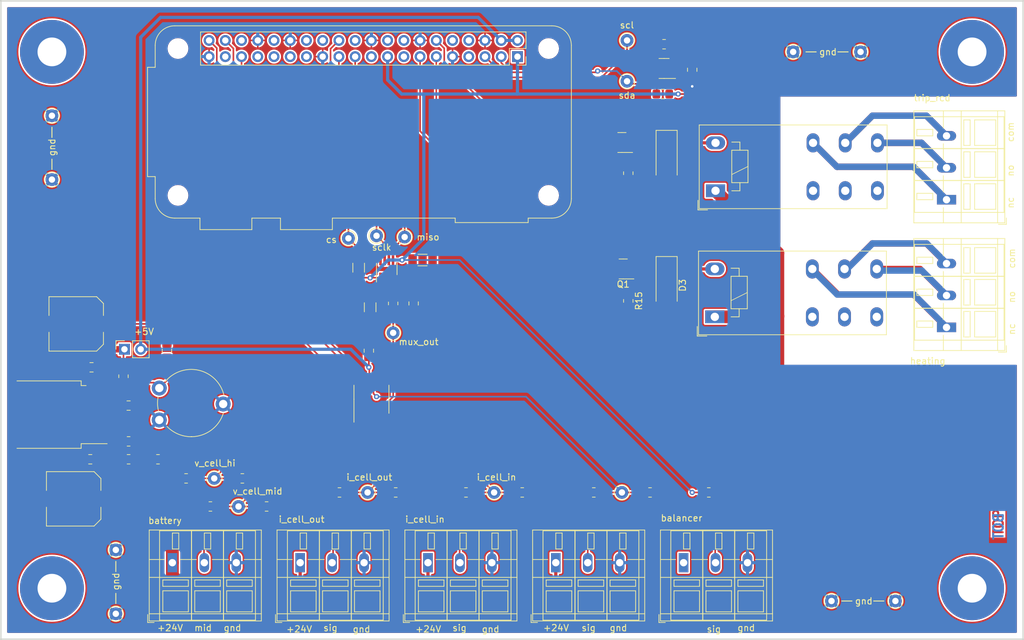
<source format=kicad_pcb>
(kicad_pcb (version 20221018) (generator pcbnew)
  (layers (0 "F.Cu" signal) (31 "B.Cu" signal) (34 "B.Paste" user) (35 "F.Paste" user) (36 "B.SilkS" user "B.Silkscreen") (37 "F.SilkS" user "F.Silkscreen") (38 "B.Mask" user) (39 "F.Mask" user) (44 "Edge.Cuts" user))
  (net 0 "")
  (net 1 "+5V")
  (net 2 "GND")
  (net 3 "Net-(U1-AIN)")
  (net 4 "Net-(U1-VREF)")
  (net 5 "+3V3")
  (net 6 "+24V")
  (net 7 "Net-(JP1-A)")
  (net 8 "Net-(U4-FB)")
  (net 9 "Net-(U4-SS)")
  (net 10 "Net-(D3-K)")
  (net 11 "Net-(D4-K)")
  (net 12 "Net-(J1-Pin_2)")
  (net 13 "Net-(J2-Pin_2)")
  (net 14 "Net-(J3-Pin_2)")
  (net 15 "Net-(J4-Pin_2)")
  (net 16 "Net-(J5-Pin_1)")
  (net 17 "Net-(J5-Pin_2)")
  (net 18 "Net-(J5-Pin_3)")
  (net 19 "/balancer_alarm")
  (net 20 "/sda")
  (net 21 "/scl")
  (net 26 "/trip_rcd")
  (net 27 "/mux_addr_0")
  (net 28 "/mux_addr_1")
  (net 30 "/miso")
  (net 31 "/mux_addr_2")
  (net 32 "/sclk")
  (net 33 "/cs_b")
  (net 42 "/heating")
  (net 43 "Net-(J8-Pin_1)")
  (net 44 "Net-(J8-Pin_2)")
  (net 45 "Net-(J8-Pin_3)")
  (net 52 "/i_cell_in")
  (net 53 "/i_cell_out")
  (net 54 "Net-(U2-D)")
  (net 55 "/v_cell_mid")
  (net 56 "/v_cell_hi")
  (net 57 "/spare")
  (net 58 "Net-(U4-EN)")
  (net 59 "Net-(U4-RON)")
  (footprint "TestPoint:TestPoint_THTPad_D2.0mm_Drill1.0mm" (layer "F.Cu") (at 205 129 180)
    (fp_text reference "TP19" hide)
    (fp_text value "~")
  )
  (footprint "Package_TO_SOT_SMD:SOT-23-8_Handsoldering" (layer "F.Cu") (at 135.4 77 90)
    (fp_text reference "U1" hide)
    (fp_text value "~")
  )
  (footprint "Resistor_SMD:R_0805_2012Metric_Pad1.20x1.40mm_HandSolder" (layer "F.Cu") (at 112.8 109.8)
    (fp_text reference "R9" hide)
    (fp_text value "10k")
  )
  (footprint "TerminalBlock_WAGO:TerminalBlock_WAGO_236-103_1x03_P5.00mm_45Degree" (layer "F.Cu") (at 141.85 123)
    (fp_text reference "J1" hide)
    (fp_text value "cell out current")
  )
  (footprint "Resistor_SMD:R_0805_2012Metric_Pad1.20x1.40mm_HandSolder" (layer "F.Cu") (at 173.2 82 -90)
    (fp_text reference "R15")
    (fp_text value "100k")
  )
  (footprint "Capacitor_SMD:C_0805_2012Metric_Pad1.18x1.45mm_HandSolder" (layer "F.Cu") (at 95 98.4)
    (fp_text reference "C12" hide)
    (fp_text value "100n")
  )
  (footprint "Module:Raspberry_Pi_Zero_Socketed_THT_FaceDown_MountingHoles" (layer "F.Cu") (at 155.855 43.745 -90)
    (fp_text reference "J7" hide)
    (fp_text value "Raspberry_Pi_2_3")
  )
  (footprint "Capacitor_SMD:C_1206_3216Metric_Pad1.33x1.80mm_HandSolder" (layer "F.Cu") (at 132.8 83 -90)
    (fp_text reference "C3" hide)
    (fp_text value "2u2")
  )
  (footprint "Resistor_SMD:R_0805_2012Metric_Pad1.20x1.40mm_HandSolder" (layer "F.Cu") (at 128 112)
    (fp_text reference "R3" hide)
    (fp_text value "150k")
  )
  (footprint "Package_TO_SOT_SMD:SOT-23-6" (layer "F.Cu") (at 178.8 45.6 180)
    (fp_text reference "U3" hide)
    (fp_text value "LM73")
  )
  (footprint "Capacitor_SMD:C_0805_2012Metric_Pad1.18x1.45mm_HandSolder" (layer "F.Cu") (at 139.6 82.4 -90)
    (fp_text reference "C2" hide)
    (fp_text value "100n")
  )
  (footprint "Resistor_SMD:R_0805_2012Metric_Pad1.20x1.40mm_HandSolder" (layer "F.Cu") (at 147.8 112)
    (fp_text reference "R1" hide)
    (fp_text value "150k")
  )
  (footprint "Diode_SMD:D_SMA_Handsoldering" (layer "F.Cu") (at 179.2 79.5625 -90)
    (fp_text reference "D3")
    (fp_text value "SMAZ12-13-F")
  )
  (footprint "Resistor_SMD:R_0805_2012Metric_Pad1.20x1.40mm_HandSolder" (layer "F.Cu") (at 94.2 93.8 -90)
    (fp_text reference "R19" hide)
    (fp_text value "4k7")
  )
  (footprint "TestPoint:TestPoint_THTPad_D2.0mm_Drill1.0mm" (layer "F.Cu") (at 93 131 90)
    (fp_text reference "TP15" hide)
    (fp_text value "~")
  )
  (footprint "Capacitor_SMD:C_1206_3216Metric_Pad1.33x1.80mm_HandSolder" (layer "F.Cu") (at 131 76.8 90)
    (fp_text reference "C4" hide)
    (fp_text value "2u2")
  )
  (footprint "TestPoint:TestPoint_THTPad_D2.0mm_Drill1.0mm" (layer "F.Cu") (at 173 41.2)
    (fp_text reference "TP8" hide)
    (fp_text value "TestPoint")
  )
  (footprint "TestPoint:TestPoint_THTPad_D2.0mm_Drill1.0mm" (layer "F.Cu") (at 172.2 112)
    (fp_text reference "TP6" hide)
    (fp_text value "TestPoint")
  )
  (footprint "TestPoint:TestPoint_THTPad_D2.0mm_Drill1.0mm" (layer "F.Cu") (at 132.4 112)
    (fp_text reference "TP2" hide)
    (fp_text value "TestPoint")
  )
  (footprint "Resistor_SMD:R_0805_2012Metric_Pad1.20x1.40mm_HandSolder" (layer "F.Cu") (at 116.6 114.2)
    (fp_text reference "R7" hide)
    (fp_text value "20k")
  )
  (footprint "Package_SO:TSSOP-16_4.4x5mm_P0.65mm" (layer "F.Cu") (at 133 97.4 90)
    (fp_text reference "U2" hide)
    (fp_text value "~")
  )
  (footprint "Relay_THT:Relay_DPDT_Schrack-RT2-FormC_RM5mm" (layer "F.Cu") (at 186.85 64.75)
    (fp_text reference "K2" hide)
    (fp_text value "RT424024")
  )
  (footprint "TestPoint:TestPoint_THTPad_D2.0mm_Drill1.0mm" (layer "F.Cu") (at 215 129 180)
    (fp_text reference "TP18" hide)
    (fp_text value "~")
  )
  (footprint "TerminalBlock_WAGO:TerminalBlock_WAGO_236-103_1x03_P5.00mm_45Degree" (layer "F.Cu") (at 121.85 123)
    (fp_text reference "J2" hide)
    (fp_text value "cell in current")
  )
  (footprint "Capacitor_SMD:C_1206_3216Metric_Pad1.33x1.80mm_HandSolder" (layer "F.Cu") (at 141 75.6)
    (fp_text reference "C5" hide)
    (fp_text value "2u2")
  )
  (footprint "TestPoint:TestPoint_THTPad_D2.0mm_Drill1.0mm" (layer "F.Cu") (at 83 53 90)
    (fp_text reference "TP16" hide)
    (fp_text value "~")
  )
  (footprint "Resistor_SMD:R_0805_2012Metric_Pad1.20x1.40mm_HandSolder" (layer "F.Cu") (at 136.4 82.4 90)
    (fp_text reference "R5" hide)
    (fp_text value "47R")
  )
  (footprint "TestPoint:TestPoint_THTPad_D2.0mm_Drill1.0mm" (layer "F.Cu") (at 138.2 72)
    (fp_text reference "TP10" hide)
    (fp_text value "TestPoint")
  )
  (footprint "Capacitor_SMD:C_Elec_8x10.2" (layer "F.Cu") (at 86.8 85.6 180)
    (fp_text reference "C11" hide)
    (fp_text value "100u")
  )
  (footprint "Resistor_SMD:R_0805_2012Metric_Pad1.20x1.40mm_HandSolder" (layer "F.Cu") (at 185.8 112)
    (fp_text reference "R14" hide)
    (fp_text value "10k")
  )
  (footprint "Resistor_SMD:R_0805_2012Metric_Pad1.20x1.40mm_HandSolder" (layer "F.Cu") (at 107.8 114.2)
    (fp_text reference "R6" hide)
    (fp_text value "120k")
  )
  (footprint "Capacitor_SMD:C_0805_2012Metric_Pad1.18x1.45mm_HandSolder" (layer "F.Cu") (at 89.2 92.4 180)
    (fp_text reference "C10" hide)
    (fp_text value "100n")
  )
  (footprint "Connector_PinSocket_2.54mm:PinSocket_1x02_P2.54mm_Vertical" (layer "F.Cu") (at 94.35 89.575 90)
    (fp_text reference "JP1" hide)
    (fp_text value "~")
  )
  (footprint "TestPoint:TestPoint_THTPad_D2.0mm_Drill1.0mm" (layer "F.Cu") (at 136.4 87)
    (fp_text reference "TP3" hide)
    (fp_text value "~")
  )
  (footprint "Capacitor_SMD:C_0805_2012Metric_Pad1.18x1.45mm_HandSolder" (layer "F.Cu") (at 183.2 45.8 -90)
    (fp_text reference "C6" hide)
    (fp_text value "100n")
  )
  (footprint "Capacitor_SMD:C_0805_2012Metric_Pad1.18x1.45mm_HandSolder" (layer "F.Cu") (at 132.6 89.8 90)
    (fp_text reference "C1" hide)
    (fp_text value "100n")
  )
  (footprint "TestPoint:TestPoint_THTPad_D2.0mm_Drill1.0mm" (layer "F.Cu") (at 152.2 112)
    (fp_text reference "TP1" hide)
    (fp_text value "TestPoint")
  )
  (footprint "TerminalBlock_WAGO:TerminalBlock_WAGO_236-103_1x03_P5.00mm_45Degree" (layer "F.Cu") (at 101.85 123)
    (fp_text reference "J3" hide)
    (fp_text value "battery")
  )
  (footprint "Resistor_SMD:R_0805_2012Metric_Pad1.20x1.40mm_HandSolder" (layer "F.Cu") (at 95 106.8)
    (fp_text reference "R17" hide)
    (fp_text value "100k")
  )
  (footprint "Resistor_SMD:R_0805_2012Metric_Pad1.20x1.40mm_HandSolder" (layer "F.Cu") (at 156.6 112)
    (fp_text reference "R2" hide)
    (fp_text value "100k")
  )
  (footprint "TestPoint:TestPoint_THTPad_D2.0mm_Drill1.0mm" (layer "F.Cu") (at 173 47.6)
    (fp_text reference "TP7" hide)
    (fp_text value "TestPoint")
  )
  (footprint "TestPoint:TestPoint_THTPad_D2.0mm_Drill1.0mm" (layer "F.Cu") (at 108.4 109.8)
    (fp_text reference "TP5" hide)
    (fp_text value "TestPoint")
  )
  (footprint "TestPoint:TestPoint_THTPad_D2.0mm_Drill1.0mm" (layer "F.Cu") (at 199 43)
    (fp_text reference "TP13" hide)
    (fp_text value "~")
  )
  (footprint "Capacitor_SMD:C_0805_2012Metric_Pad1.18x1.45mm_HandSolder" (layer "F.Cu") (at 101 89.8 -90)
    (fp_text reference "C9" hide)
    (fp_text value "100n")
  )
  (footprint "Resistor_SMD:R_0805_2012Metric_Pad1.20x1.40mm_HandSolder" (layer "F.Cu") (at 173.2 62 -90)
    (fp_text reference "R16" hide)
    (fp_text value "100k")
  )
  (footprint "Capacitor_SMD:C_Elec_8x10.2" (layer "F.Cu") (at 86.4 113 180)
    (fp_text reference "C7" hide)
    (fp_text value "100u")
  )
  (footprint "Package_TO_SOT_SMD:Texas_NDW-7_TabPin4" (layer "F.Cu") (at 82.455 99.8125 180)
    (fp_text reference "U4" hide)
    (fp_text value "~")
  )
  (footprint "Resistor_SMD:R_0805_2012Metric_Pad1.20x1.40mm_HandSolder" (layer "F.Cu") (at 136.8 112)
    (fp_text reference "R4" hide)
    (fp_text value "100k")
  )
  (footprint "Resistor_SMD:R_0805_2012Metric_Pad1.20x1.40mm_HandSolder" (layer "F.Cu") (at 167.8 112)
    (fp_text reference "R10" hide)
    (fp_text value "R")
  )
  (footprint "TestPoint:TestPoint_THTPad_D2.0mm_Drill1.0mm" (layer "F.Cu") (at 93 121 90)
    (fp_text reference "TP14" hide)
    (fp_text value "~")
  )
  (footprint "TestPoint:TestPoint_THTPad_D2.0mm_Drill1.0mm" (layer "F.Cu") (at 209.55 43)
    (fp_text reference "TP17" hide)
    (fp_text value "~")
  )
  (footprint "TestPoint:TestPoint_THTPad_D2.0mm_Drill1.0mm" (layer "F.Cu") (at 83 63 90)
    (fp_text reference "TP12" hide)
    (fp_text value "~")
  )
  (footprint "Resistor_SMD:R_0805_2012Metric_Pad1.20x1.40mm_HandSolder" (layer "F.Cu") (at 99.6 106.8)
    (fp_text reference "R20" hide)
    (fp_text value "15k")
  )
  (footprint "Package_TO_SOT_SMD:SOT-23" (layer "F.Cu") (at 172.2 57.2 180)
    (fp_text reference "Q2" hide)
    (fp_text value "DMG3402L")
  )
  (footprint "Potentiometer_THT:Potentiometer_Piher_PT-10-V10_Vertical" (layer "F.Cu") (at 99.8 100.65)
    (fp_text reference "RV1" hide)
    (fp_text value "1k")
  )
  (footprint "Resistor_SMD:R_0805_2012Metric_Pad1.20x1.40mm_HandSolder" (layer "F.Cu") (at 178.6 49.6 180)
    (fp_text reference "R12" hide)
    (fp_text value "4k7")
  )
  (footprint "TestPoint:TestPoint_THTPad_D2.0mm_Drill1.0mm" (layer "F.Cu") (at 112.2 114.2)
    (fp_text reference "TP4" hide)
    (fp_text value "TestPoint")
  )
  (footprint "TerminalBlock_WAGO:TerminalBlock_WAGO_236-103_1x03_P5.00mm_45Degree" (layer "F.Cu") (at 223 86.15 90)
    (fp_text reference "J5" hide)
    (fp_text value "heating")
  )
  (footprint "Resistor_SMD:R_0805_2012Metric_Pad1.20x1.40mm_HandSolder" (layer "F.Cu") (at 104 109.8)
    (fp_text reference "R8" hide)
    (fp_text value "130k")
  )
  (footprint "Resistor_SMD:R_0805_2012Metric_Pad1.20x1.40mm_HandSolder" (layer "F.Cu") (at 95 104 180)
    (fp_text reference "R18" hide)
    (fp_text value "100k")
  )
  (footprint "TestPoint:TestPoint_THTPad_D2.0mm_Drill1.0mm" (layer "F.Cu") (at 133.8 71.8)
    (fp_text reference "TP11" hide)
    (fp_text value "TestPoint")
  )
  (footprint "TerminalBlock_WAGO:TerminalBlock_WAGO_236-103_1x03_P5.00mm_45Degree" (layer "F.Cu") (at 181.85 123)
    (fp_text reference "J6" hide)
    (fp_text value "balancer")
  )
  (footprint "Resistor_SMD:R_0805_2012Metric_Pad1.20x1.40mm_HandSolder" (layer "F.Cu") (at 176.6 112)
    (fp_text reference "R11" hide)
    (fp_text value "R")
  )
  (footprint "TestPoint:TestPoint_THTPad_D2.0mm_Drill1.0mm" (layer "F.Cu") (at 129.4 72.2)
    (fp_text reference "TP9" hide)
    (fp_text value "TestPoint")
  )
  (footprint "Diode_SMD:D_SMA_Handsoldering" (layer "F.Cu") (at 179.2 59.8 -90)
    (fp_text reference "D4" hide)
    (fp_text value "SMAZ12-13-F")
  )
  (footprint "TerminalBlock_WAGO:TerminalBlock_WAGO_236-103_1x03_P5.00mm_45Degree" (layer "F.Cu") (at 223 66.15 90)
    (fp_text reference "J8" hide)
    (fp_text value "trip_rcd")
  )
  (footprint "Resistor_SMD:R_0805_2012Metric_Pad1.20x1.40mm_HandSolder" (layer "F.Cu") (at 178.8 41.8 180)
    (fp_text reference "R13" hide)
    (fp_text value "4k7")
  )
  (footprint "Package_TO_SOT_SMD:SOT-23" (layer "F.Cu") (at 172.4 77 180)
    (fp_text reference "Q1")
    (fp_text value "DMG3402L")
  )
  (footprint "TerminalBlock_WAGO:TerminalBlock_WAGO_236-103_1x03_P5.00mm_45Degree" (layer "F.Cu") (at 161.85 123)
    (fp_text reference "J4" hide)
    (fp_text value "spare")
  )
  (footprint "Capacitor_SMD:C_0805_2012Metric_Pad1.18x1.45mm_HandSolder" (layer "F.Cu") (at 89 106.8 180)
    (fp_text reference "C8" hide)
    (fp_text value "100n")
  )
  (footprint "Relay_THT:Relay_DPDT_Schrack-RT2-FormC_RM5mm" (layer "F.Cu") (at 186.74 84.5)
    (fp_text reference "K1" hide)
    (fp_text value "RT424024")
  )
  (gr_arc (start 121.19999 99.3) (mid 119.99999 99.3) (end 121.19999 99.3) (stroke (width 0.25)) (layer "F.Cu"))
  (gr_arc (start 120.99999 97.8) (mid 120.19999 97.8) (end 120.99999 97.8) (stroke (width 0.25)) (layer "F.Cu"))
  (gr_arc (start 120.775212 97.325226) (mid 120.785771 96.996648) (end 121.09999 96.9) (stroke (width 0.25)) (layer "F.Cu"))
  (gr_arc (start 118.700002 102.599993) (mid 118.563116 102.615516) (end 118.43879 102.55617) (stroke (width 0.25)) (layer "F.Cu"))
  (gr_arc (start 120.376392 97.247205) (mid 120.61353 96.821884) (end 121.1 96.8) (stroke (width 0.25)) (layer "F.Cu"))
  (gr_arc (start 119.400002 102.700003) (mid 119.263116 102.715526) (end 119.13879 102.65618) (stroke (width 0.25)) (layer "F.Cu"))
  (gr_line (start 211.6 129) (end 213.2 129) (stroke (width 0.15)) (layer "F.SilkS"))
  (gr_line (start 93 127.8) (end 93 129.4) (stroke (width 0.15)) (layer "F.SilkS"))
  (gr_line (start 206 43) (end 207.6 43) (stroke (width 0.15)) (layer "F.SilkS"))
  (gr_line (start 83 56.4) (end 83 54.8) (stroke (width 0.15)) (layer "F.SilkS"))
  (gr_line (start 202.6 43) (end 201 43) (stroke (width 0.15)) (layer "F.SilkS"))
  (gr_line (start 83 59.8) (end 83 61.4) (stroke (width 0.15)) (layer "F.SilkS"))
  (gr_line (start 93 124.4) (end 93 122.8) (stroke (width 0.15)) (layer "F.SilkS"))
  (gr_line (start 208.2 129) (end 206.6 129) (stroke (width 0.15)) (layer "F.SilkS"))
  (gr_rect locked (start 75 35) (end 235 135) (stroke (width 0.25)) (fill none) (layer "Edge.Cuts"))
  (gr_text "v1" (at 232 99 90) (layer "F.Cu") (effects (font (size 1.5 1.5) (thickness 0.3) bold) (justify left bottom)))
  (gr_text "TOP" (at 232 119 90) (layer "F.Cu") (effects (font (size 1.5 1.5) (thickness 0.3) bold) (justify left bottom)))
  (gr_text "pv_monitor" (at 232 113 90) (layer "F.Cu") (effects (font (size 1.5 1.5) (thickness 0.3) bold) (justify left bottom)))
  (gr_text "BOT" (at 232 115 90) (layer "B.Cu") (effects (font (size 1.5 1.5) (thickness 0.3) bold) (justify left bottom mirror)))
  (gr_text "gnd" (at 208.6 129.6) (layer "F.SilkS") (effects (font (size 1 1)) (justify left bottom)))
  (gr_text "sda\n" (at 171.6 50.4) (layer "F.SilkS") (effects (font (size 1 1)) (justify left bottom)))
  (gr_text "cs" (at 125.8 73) (layer "F.SilkS") (effects (font (size 1 1)) (justify left bottom)))
  (gr_text "trip_rcd" (at 217.8 50.8) (layer "F.SilkS") (effects (font (size 1 1)) (justify left bottom)))
  (gr_text "miso" (at 140 72.6) (layer "F.SilkS") (effects (font (size 1 1)) (justify left bottom)))
  (gr_text "gnd" (at 203 43.6) (layer "F.SilkS") (effects (font (size 1 1)) (justify left bottom)))
  (gr_text "i_cell_out" (at 129 110.2) (layer "F.SilkS") (effects (font (size 1 1)) (justify left bottom)))
  (gr_text "heating" (at 217.2 92) (layer "F.SilkS") (effects (font (size 1 1)) (justify left bottom)))
  (gr_text "i_cell_in" (at 138.2 116.8) (layer "F.SilkS") (effects (font (size 1 1)) (justify left bottom)))
  (gr_text "+24V" (at 119.6 134) (layer "F.SilkS") (effects (font (size 1 1)) (justify left bottom)))
  (gr_text "gnd" (at 130 134) (layer "F.SilkS") (effects (font (size 1 1)) (justify left bottom)))
  (gr_text "nc" (at 233.6 67.6 90) (layer "F.SilkS") (effects (font (size 1 1)) (justify left bottom)))
  (gr_text "mid" (at 105.2 133.8) (layer "F.SilkS") (effects (font (size 1 1)) (justify left bottom)))
  (gr_text "+24V" (at 159.8 133.8) (layer "F.SilkS") (effects (font (size 1 1)) (justify left bottom)))
  (gr_text "v_cell_mid" (at 111.2 112.4) (layer "F.SilkS") (effects (font (size 1 1)) (justify left bottom)))
  (gr_text "com" (at 233.6 57.2 90) (layer "F.SilkS") (effects (font (size 1 1)) (justify left bottom)))
  (gr_text "gnd" (at 150.2 134) (layer "F.SilkS") (effects (font (size 1 1)) (justify left bottom)))
  (gr_text "gnd" (at 190.2 133.8) (layer "F.SilkS") (effects (font (size 1 1)) (justify left bottom)))
  (gr_text "sig" (at 185.4 134) (layer "F.SilkS") (effects (font (size 1 1)) (justify left bottom)))
  (gr_text "nc" (at 233.8 87.4 90) (layer "F.SilkS") (effects (font (size 1 1)) (justify left bottom)))
  (gr_text "scl" (at 171.8 39.4) (layer "F.SilkS") (effects (font (size 1 1)) (justify left bottom)))
  (gr_text "no" (at 233.8 82.4 90) (layer "F.SilkS") (effects (font (size 1 1)) (justify left bottom)))
  (gr_text "+24V" (at 99.4 133.8) (layer "F.SilkS") (effects (font (size 1 1)) (justify left bottom)))
  (gr_text "sclk" (at 133 74.2) (layer "F.SilkS") (effects (font (size 1 1)) (justify left bottom)))
  (gr_text "i_cell_in" (at 149.4 110.2) (layer "F.SilkS") (effects (font (size 1 1)) (justify left bottom)))
  (gr_text "no" (at 233.6 62.6 90) (layer "F.SilkS") (effects (font (size 1 1)) (justify left bottom)))
  (gr_text "+5V" (at 95.8 87.4) (layer "F.SilkS") (effects (font (size 1 1)) (justify left bottom)))
  (gr_text "gnd" (at 93.6 127.4 90) (layer "F.SilkS") (effects (font (size 1 1)) (justify left bottom)))
  (gr_text "+24V" (at 139.8 134) (layer "F.SilkS") (effects (font (size 1 1)) (justify left bottom)))
  (gr_text "v_cell_hi" (at 105.2 108) (layer "F.SilkS") (effects (font (size 1 1)) (justify left bottom)))
  (gr_text "com" (at 233.8 77 90) (layer "F.SilkS") (effects (font (size 1 1)) (justify left bottom)))
  (gr_text "i_cell_out" (at 118.4 116.8) (layer "F.SilkS") (effects (font (size 1 1)) (justify left bottom)))
  (gr_text "gnd" (at 109.8 133.8) (layer "F.SilkS") (effects (font (size 1 1)) (justify left bottom)))
  (gr_text "sig" (at 125.4 133.8) (layer "F.SilkS") (effects (font (size 1 1)) (justify left bottom)))
  (gr_text "balancer" (at 178.2 116.6) (layer "F.SilkS") (effects (font (size 1 1)) (justify left bottom)))
  (gr_text "battery" (at 98 117) (layer "F.SilkS") (effects (font (size 1 1)) (justify left bottom)))
  (gr_text "gnd" (at 170.2 133.8) (layer "F.SilkS") (effects (font (size 1 1)) (justify left bottom)))
  (gr_text "gnd" (at 83.6 59.4 90) (layer "F.SilkS") (effects (font (size 1 1)) (justify left bottom)))
  (gr_text "mux_out" (at 137.2 89) (layer "F.SilkS") (effects (font (size 1 1)) (justify left bottom)))
  (gr_text "sig" (at 165.8 133.8) (layer "F.SilkS") (effects (font (size 1 1)) (justify left bottom)))
  (gr_text "sig" (at 145.6 133.8) (layer "F.SilkS") (effects (font (size 1 1)) (justify left bottom)))
  (via locked (at 83 127) (size 10) (drill 4.5) (layers "F.Cu" "B.Cu") (net 0))
  (via locked (at 227 127) (size 10) (drill 4.5) (layers "F.Cu" "B.Cu") (net 0))
  (via locked (at 83 43) (size 10) (drill 4.5) (layers "F.Cu" "B.Cu") (net 0))
  (via locked (at 227 43) (size 10) (drill 4.5) (layers "F.Cu" "B.Cu") (net 0))
  (segment (start 132.675 96.525) (end 131.375 97.825) (width 0.25) (layer "F.Cu") (net 1))
  (segment (start 132.6 92.4) (end 132.675 92.475) (width 0.25) (layer "F.Cu") (net 1))
  (segment (start 132.675 92.475) (end 132.675 94.5375) (width 0.25) (layer "F.Cu") (net 1))
  (segment (start 132.675 94.5375) (end 132.675 96.525) (width 0.25) (layer "F.Cu") (net 1))
  (segment (start 131.375 97.825) (end 131.375 100.2625) (width 0.25) (layer "F.Cu") (net 1))
  (segment (start 132.6 90.8375) (end 132.6 92.4) (width 0.25) (layer "F.Cu") (net 1))
  (via (at 132.6 92.4) (size 0.8) (drill 0.4) (layers "F.Cu" "B.Cu") (net 1))
  (segment (start 100 37.6) (end 149.71 37.6) (width 0.5) (layer "B.Cu") (net 1))
  (segment (start 155.855 41.205) (end 153.315 41.205) (width 0.5) (layer "B.Cu") (net 1))
  (segment (start 149.71 37.6) (end 153.315 41.205) (width 0.5) (layer "B.Cu") (net 1))
  (segment (start 129.775 89.575) (end 132.6 92.4) (width 0.5) (layer "B.Cu") (net 1))
  (segment (start 96.89 40.71) (end 100 37.6) (width 0.5) (layer "B.Cu") (net 1))
  (segment (start 96.89 89.575) (end 129.775 89.575) (width 0.5) (layer "B.Cu") (net 1))
  (segment (start 96.89 89.575) (end 96.89 40.71) (width 0.5) (layer "B.Cu") (net 1))
  (segment (start 120.19935 101.47548) (end 120.2 100) (width 0.25) (layer "F.Cu") (net 2))
  (segment (start 121.8 100.8) (end 122.5 100.8) (width 0.25) (layer "F.Cu") (net 2))
  (segment (start 119.39999 102.7) (end 122.6 100.3) (width 0.25) (layer "F.Cu") (net 2))
  (segment (start 120.5 98.7) (end 120.5 98.4) (width 0.25) (layer "F.Cu") (net 2))
  (segment (start 121.2 99.3) (end 122.19999 99.3) (width 0.25) (layer "F.Cu") (net 2))
  (segment (start 119.1 101.1) (end 119.1 98.9) (width 0.25) (layer "F.Cu") (net 2))
  (segment (start 120.7 98.7) (end 120.7 98.4) (width 0.25) (layer "F.Cu") (net 2))
  (segment (start 122.09999 101.1) (end 122.09999 98.9) (width 0.25) (layer "F.Cu") (net 2))
  (segment (start 118.7 100.8) (end 119.4 100.8) (width 0.25) (layer "F.Cu") (net 2))
  (segment (start 118.7 102.6) (end 121.9 100.2) (width 0.25) (layer "F.Cu") (net 2))
  (segment (start 119 99.3) (end 120 99.3) (width 0.25) (layer "F.Cu") (net 2))
  (segment (start 120.89935 101.57549) (end 120.90004 100) (width 0.25) (layer "F.Cu") (net 2))
  (segment (start 183.2 46.8375) (end 183.2 48.4) (width 0.25) (layer "F.Cu") (net 2))
  (via (at 183.2 48.4) (size 0.8) (drill 0.4) (layers "F.Cu" "B.Cu") (net 2))
  (segment (start 136.4 81.4) (end 139.5625 81.4) (width 0.25) (layer "F.Cu") (net 3))
  (segment (start 139.5625 81.4) (end 139.6 81.3625) (width 0.25) (layer "F.Cu") (net 3))
  (segment (start 136.38 81.38) (end 136.4 81.4) (width 0.25) (layer "F.Cu") (net 3))
  (segment (start 136.38 78.35) (end 136.38 81.38) (width 0.25) (layer "F.Cu") (net 3))
  (segment (start 135.07 78.35) (end 135.07 79.53) (width 0.25) (layer "F.Cu") (net 4))
  (segment (start 133.1625 81.4375) (end 132.8 81.4375) (width 0.25) (layer "F.Cu") (net 4))
  (segment (start 135.07 79.53) (end 133.1625 81.4375) (width 0.25) (layer "F.Cu") (net 4))
  (segment (start 132.8375 78.3625) (end 134.4075 78.3625) (width 0.25) (layer "F.Cu") (net 5))
  (segment (start 183.8 49.6) (end 185.2 48.2) (width 0.25) (layer "F.Cu") (net 5))
  (segment (start 134.4075 78.3625) (end 134.42 78.35) (width 0.25) (layer "F.Cu") (net 5))
  (segment (start 184.8 112) (end 183.2 112) (width 0.25) (layer "F.Cu") (net 5))
  (segment (start 183.0875 44.65) (end 179.9375 44.65) (width 0.25) (layer "F.Cu") (net 5))
  (segment (start 179.9375 41.9375) (end 179.9375 43.4) (width 0.25) (layer "F.Cu") (net 5))
  (segment (start 183.2 44.7625) (end 183.0875 44.65) (width 0.25) (layer "F.Cu") (net 5))
  (segment (start 179.8 41.8) (end 179.9375 41.9375) (width 0.25) (layer "F.Cu") (net 5))
  (segment (start 137.8 75.6) (end 136.43 75.6) (width 0.25) (layer "F.Cu") (net 5))
  (segment (start 179.9375 43.4) (end 179.9375 44.65) (width 0.25) (layer "F.Cu") (net 5))
  (segment (start 132.7625 78.3625) (end 132.8 78.4) (width 0.25) (layer "F.Cu") (net 5))
  (segment (start 179.6 49.6) (end 181 49.6) (width 0.25) (layer "F.Cu") (net 5))
  (segment (start 185.2 48.2) (end 185.2 45.4) (width 0.25) (layer "F.Cu") (net 5))
  (segment (start 139.4375 75.6) (end 137.8 75.6) (width 0.25) (layer "F.Cu") (net 5))
  (segment (start 131 78.3625) (end 132.7625 78.3625) (width 0.25) (layer "F.Cu") (net 5))
  (segment (start 185.2 45.4) (end 184.5625 44.7625) (width 0.25) (layer "F.Cu") (net 5))
  (segment (start 181 49.6) (end 183.8 49.6) (width 0.25) (layer "F.Cu") (net 5))
  (segment (start 136.43 75.6) (end 136.38 75.65) (width 0.25) (layer "F.Cu") (net 5))
  (segment (start 184.5625 44.7625) (end 183.2 44.7625) (width 0.25) (layer "F.Cu") (net 5))
  (segment (start 132.8 78.4) (end 132.8375 78.3625) (width 0.25) (layer "F.Cu") (net 5))
  (via (at 181 49.6) (size 0.8) (drill 0.4) (layers "F.Cu" "B.Cu") (net 5))
  (via (at 137.8 75.6) (size 0.8) (drill 0.4) (layers "F.Cu" "B.Cu") (net 5))
  (via (at 132.8 78.4) (size 0.8) (drill 0.4) (layers "F.Cu" "B.Cu") (net 5))
  (via (at 183.2 112) (size 0.8) (drill 0.4) (layers "F.Cu" "B.Cu") (net 5))
  (segment (start 146.8 75.6) (end 137.8 75.6) (width 0.25) (layer "B.Cu") (net 5))
  (segment (start 155.855 49.545) (end 155.8 49.6) (width 0.5) (layer "B.Cu") (net 5))
  (segment (start 141 49.6) (end 139.4 49.6) (width 0.5) (layer "B.Cu") (net 5))
  (segment (start 137.8 75.6) (end 141.2 72.2) (width 0.5) (layer "B.Cu") (net 5))
  (segment (start 135.535 43.745) (end 135.535 47.4) (width 0.5) (layer "B.Cu") (net 5))
  (segment (start 135.6 75.6) (end 135.535 75.665) (width 0.5) (layer "B.Cu") (net 5))
  (segment (start 141.2 72.2) (end 141.2 49.8) (width 0.5) (layer "B.Cu") (net 5))
  (segment (start 183.2 112) (end 146.8 75.6) (width 0.25) (layer "B.Cu") (net 5))
  (segment (start 135.535 75.665) (end 132.8 78.4) (width 0.5) (layer "B.Cu") (net 5))
  (segment (start 155.855 43.745) (end 155.855 49.545) (width 0.5) (layer "B.Cu") (net 5))
  (segment (start 135.535 47.4) (end 137.735 49.6) (width 0.5) (layer "B.Cu") (net 5))
  (segment (start 141.2 49.8) (end 141 49.6) (width 0.5) (layer "B.Cu") (net 5))
  (segment (start 181 49.6) (end 155.8 49.6) (width 0.5) (layer "B.Cu") (net 5))
  (segment (start 137.8 75.6) (end 135.6 75.6) (width 0.5) (layer "B.Cu") (net 5))
  (segment (start 137.735 49.6) (end 139.4 49.6) (width 0.5) (layer "B.Cu") (net 5))
  (segment (start 155.8 49.6) (end 141 49.6) (width 0.5) (layer "B.Cu") (net 5))
  (segment (start 193.8 127) (end 196.6 124.2) (width 2) (layer "F.Cu") (net 6))
  (segment (start 90.0375 103.7) (end 90.115 103.6225) (width 0.5) (layer "F.Cu") (net 6))
  (segment (start 196.6 124.2) (end 196.6 94.36) (width 2) (layer "F.Cu") (net 6))
  (segment (start 161.85 123) (end 161.85 126.95) (width 0.5) (layer "F.Cu") (net 6))
  (segment (start 90 113) (end 90 109.6) (width 2) (layer "F.Cu") (net 6))
  (segment (start 121.85 123) (end 121.85 126.95) (width 0.5) (layer "F.Cu") (net 6))
  (segment (start 90 106.8375) (end 90.0375 106.8) (width 1) (layer "F.Cu") (net 6))
  (segment (start 96.9 115.9) (end 94 113) (width 2) (layer "F.Cu") (net 6))
  (segment (start 186.74 84.5) (end 196.5 84.5) (width 2) (layer "F.Cu") (net 6))
  (segment (start 121.8 127) (end 142 127) (width 2) (layer "F.Cu") (net 6))
  (segment (start 196.6 84.4) (end 196.6 74.5) (width 2) (layer "F.Cu") (net 6))
  (segment (start 90 109.6) (end 90 106.8375) (width 1) (layer "F.Cu") (net 6))
  (segment (start 141.85 123) (end 141.85 126.85) (width 0.5) (layer "F.Cu") (net 6))
  (segment (start 94 113) (end 90 113) (width 2) (layer "F.Cu") (net 6))
  (segment (start 90.0375 104.9625) (end 90.0375 103.7) (width 0.5) (layer "F.Cu") (net 6))
  (segment (start 196.6 74.5) (end 186.85 64.75) (width 2) (layer "F.Cu") (net 6))
  (segment (start 196.6 94.36) (end 196.6 84.4) (width 2) (layer "F.Cu") (net 6))
  (segment (start 141.85 126.85) (end 142 127) (width 0.5) (layer "F.Cu") (net 6))
  (segment (start 94 106.8) (end 94 106.2) (width 0.25) (layer "F.Cu") (net 6))
  (segment (start 90.0375 106.8) (end 90.0375 104.9625) (width 1) (layer "F.Cu") (net 6))
  (segment (start 103.8 127) (end 121.8 127) (width 2) (layer "F.Cu") (net 6))
  (segment (start 101.85 120.85) (end 96.9 115.9) (width 2) (layer "F.Cu") (net 6))
  (segment (start 96 104.2) (end 96 104) (width 0.25) (layer "F.Cu") (net 6))
  (segment (start 142 127) (end 161.8 127) (width 2) (layer "F.Cu") (net 6))
  (segment (start 101.85 123) (end 101.85 120.85) (width 2) (layer "F.Cu") (net 6))
  (segment (start 161.8 127) (end 193.8 127) (width 2) (layer "F.Cu") (net 6))
  (segment (start 90.0375 106.8) (end 94 106.8) (width 1) (layer "F.Cu") (net 6))
  (segment (start 94 106.2) (end 96 104.2) (width 0.25) (layer "F.Cu") (net 6))
  (segment (start 101.85 123) (end 101.85 125.05) (width 2) (layer "F.Cu") (net 6))
  (segment (start 101.85 125.05) (end 103.8 127) (width 2) (layer "F.Cu") (net 6))
  (segment (start 103 109.8) (end 96.9 115.9) (width 0.25) (layer "F.Cu") (net 6))
  (segment (start 121.85 126.95) (end 121.8 127) (width 0.5) (layer "F.Cu") (net 6))
  (segment (start 161.85 126.95) (end 161.8 127) (width 0.5) (layer "F.Cu") (net 6))
  (segment (start 196.5 84.5) (end 196.6 84.4) (width 2) (layer "F.Cu") (net 6))
  (segment (start 98.8 85.6) (end 90.4 85.6) (width 0.25) (layer "F.Cu") (net 7))
  (segment (start 90.2375 89.6) (end 90.2375 85.7625) (width 1) (layer "F.Cu") (net 7))
  (segment (start 90.2375 85.7625) (end 90.4 85.6) (width 1) (layer "F.Cu") (net 7))
  (segment (start 94.35 89.575) (end 94.2 89.725) (width 0.25) (layer "F.Cu") (net 7))
  (segment (start 90.2625 89.575) (end 90.2375 89.6) (width 1) (layer "F.Cu") (net 7))
  (segment (start 94.2 89.725) (end 94.2 92.8) (width 0.25) (layer "F.Cu") (net 7))
  (segment (start 90.2375 92.4) (end 90.2375 94.9625) (width 1) (layer "F.Cu") (net 7))
  (segment (start 94.35 89.575) (end 90.2625 89.575) (width 1) (layer "F.Cu") (net 7))
  (segment (start 101 88.7625) (end 101 87.8) (width 0.25) (layer "F.Cu") (net 7))
  (segment (start 90.2375 94.9625) (end 90.2375 95.88) (width 0.5) (layer "F.Cu") (net 7))
  (segment (start 90.2375 92.4) (end 90.2375 89.6) (width 1) (layer "F.Cu") (net 7))
  (segment (start 90.2375 95.88) (end 90.115 96.0025) (width 0.5) (layer "F.Cu") (net 7))
  (segment (start 101 87.8) (end 98.8 85.6) (width 0.25) (layer "F.Cu") (net 7))
  (segment (start 101 90.8375) (end 101 94.45) (width 0.25) (layer "F.Cu") (net 8))
  (segment (start 99.8 95.65) (end 98.95 94.8) (width 0.25) (layer "F.Cu") (net 8))
  (segment (start 90.115 97.2725) (end 92.1275 97.2725) (width 0.25) (layer "F.Cu") (net 8))
  (segment (start 94.2 95.2) (end 94.2 94.8) (width 0.25) (layer "F.Cu") (net 8))
  (segment (start 98.95 94.8) (end 94.2 94.8) (width 0.25) (layer "F.Cu") (net 8))
  (segment (start 92.1275 97.2725) (end 94.2 95.2) (width 0.25) (layer "F.Cu") (net 8))
  (segment (start 101 94.45) (end 99.8 95.65) (width 0.25) (layer "F.Cu") (net 8))
  (segment (start 93.9625 98.4) (end 93.82 98.5425) (width 0.25) (layer "F.Cu") (net 9))
  (segment (start 93.82 98.5425) (end 90.115 98.5425) (width 0.25) (layer "F.Cu") (net 9))
  (segment (start 174.6 77) (end 179.1375 77) (width 0.25) (layer "F.Cu") (net 10))
  (segment (start 179.1375 77) (end 179.2 77.0625) (width 0.25) (layer "F.Cu") (net 10))
  (segment (start 171.4625 77) (end 174.6 77) (width 0.25) (layer "F.Cu") (net 10))
  (segment (start 179.2 77.0625) (end 186.6775 77.0625) (width 0.25) (layer "F.Cu") (net 10))
  (segment (start 186.74 77) (end 174.6 77) (width 0.5) (layer "F.Cu") (net 10))
  (segment (start 186.6775 77.0625) (end 186.74 77) (width 0.25) (layer "F.Cu") (net 10))
  (segment (start 179.1 57.2) (end 179.2 57.3) (width 0.25) (layer "F.Cu") (net 11))
  (segment (start 186.85 57.25) (end 174.45 57.25) (width 0.5) (layer "F.Cu") (net 11))
  (segment (start 174.4 57.2) (end 179.1 57.2) (width 0.25) (layer "F.Cu") (net 11))
  (segment (start 179.25 57.25) (end 186.85 57.25) (width 0.25) (layer "F.Cu") (net 11))
  (segment (start 171.2625 57.2) (end 174.4 57.2) (width 0.25) (layer "F.Cu") (net 11))
  (segment (start 179.2 57.3) (end 179.25 57.25) (width 0.25) (layer "F.Cu") (net 11))
  (segment (start 174.45 57.25) (end 174.4 57.2) (width 0.5) (layer "F.Cu") (net 11))
  (segment (start 146.8 122.95) (end 146.85 123) (width 0.25) (layer "F.Cu") (net 12))
  (segment (start 146.8 112) (end 146.8 122.95) (width 0.25) (layer "F.Cu") (net 12))
  (segment (start 127 112) (end 127 122.85) (width 0.25) (layer "F.Cu") (net 13))
  (segment (start 127 122.85) (end 126.85 123) (width 0.25) (layer "F.Cu") (net 13))
  (segment (start 106.8 122.95) (end 106.85 123) (width 0.25) (layer "F.Cu") (net 14))
  (segment (start 106.8 114.2) (end 106.8 122.95) (width 0.25) (layer "F.Cu") (net 14))
  (segment (start 166.85 112.05) (end 166.85 123) (width 0.25) (layer "F.Cu") (net 15))
  (segment (start 166.8 112) (end 166.85 112.05) (width 0.25) (layer "F.Cu") (net 15))
  (segment (start 202 77) (end 206 81) (width 1) (layer "F.Cu") (net 16))
  (segment (start 206 81) (end 217.85 81) (width 1) (layer "F.Cu") (net 16))
  (segment (start 217.85 81) (end 223 86.15) (width 1) (layer "F.Cu") (net 16))
  (segment (start 202.14 77.25) (end 205.89 81) (width 1) (layer "B.Cu") (net 16))
  (segment (start 217.88 81) (end 223.03 86.15) (width 1) (layer "B.Cu") (net 16))
  (segment (start 205.89 81) (end 217.88 81) (width 1) (layer "B.Cu") (net 16))
  (segment (start 218.85 77) (end 223 81.15) (width 1) (layer "F.Cu") (net 17))
  (segment (start 212.08 77) (end 218.85 77) (width 1) (layer "F.Cu") (net 17))
  (segment (start 219.13 77.25) (end 223.03 81.15) (width 1) (layer "B.Cu") (net 17))
  (segment (start 212.22 77.25) (end 219.13 77.25) (width 1) (layer "B.Cu") (net 17))
  (segment (start 207.4 77) (end 211.4 73) (width 1) (layer "F.Cu") (net 18))
  (segment (start 219.85 73) (end 223 76.15) (width 1) (layer "F.Cu") (net 18))
  (segment (start 207.04 77) (end 207.4 77) (width 1) (layer "F.Cu") (net 18))
  (segment (start 211.4 73) (end 219.85 73) (width 1) (layer "F.Cu") (net 18))
  (segment (start 211.43 73) (end 219.88 73) (width 1) (layer "B.Cu") (net 18))
  (segment (start 219.88 73) (end 223.03 76.15) (width 1) (layer "B.Cu") (net 18))
  (segment (start 207.18 77.25) (end 211.43 73) (width 1) (layer "B.Cu") (net 18))
  (segment (start 186.8 112) (end 186.8 122.95) (width 0.25) (layer "F.Cu") (net 19))
  (segment (start 140.615 55.415) (end 186.8 101.6) (width 0.25) (layer "F.Cu") (net 19))
  (segment (start 186.8 122.95) (end 186.85 123) (width 0.25) (layer "F.Cu") (net 19))
  (segment (start 186.8 101.6) (end 186.8 112) (width 0.25) (layer "F.Cu") (net 19))
  (segment (start 140.615 43.745) (end 140.615 55.415) (width 0.25) (layer "F.Cu") (net 19))
  (segment (start 177.6 49.6) (end 177.6625 49.5375) (width 0.25) (layer "F.Cu") (net 20))
  (segment (start 168.2 46.2) (end 168.4 46) (width 0.25) (layer "F.Cu") (net 20))
  (segment (start 177.6625 47.8) (end 177.6625 46.55) (width 0.25) (layer "F.Cu") (net 20))
  (segment (start 177.6625 49.5375) (end 177.6625 48) (width 0.25) (layer "F.Cu") (net 20))
  (segment (start 153.315 43.745) (end 153.315 44.715) (width 0.25) (layer "F.Cu") (net 20))
  (segment (start 173.4 48) (end 177.6625 48) (width 0.25) (layer "F.Cu") (net 20))
  (segment (start 173 47.6) (end 173.4 48) (width 0.25) (layer "F.Cu") (net 20))
  (segment (start 154.8 46.2) (end 168.2 46.2) (width 0.25) (layer "F.Cu") (net 20))
  (segment (start 153.315 44.715) (end 154.8 46.2) (width 0.25) (layer "F.Cu") (net 20))
  (segment (start 177.6625 48) (end 177.6625 47.8) (width 0.25) (layer "F.Cu") (net 20))
  (via (at 168.4 46) (size 0.8) (drill 0.4) (layers "F.Cu" "B.Cu") (net 20))
  (segment (start 171.4 46) (end 173 47.6) (width 0.25) (layer "B.Cu") (net 20))
  (segment (start 168.4 46) (end 171.4 46) (width 0.25) (layer "B.Cu") (net 20))
  (segment (start 169 47) (end 154.03 47) (width 0.25) (layer "F.Cu") (net 21))
  (segment (start 171.35 44.65) (end 169 47) (width 0.25) (layer "F.Cu") (net 21))
  (segment (start 173 41.2) (end 173 43.4) (width 0.25) (layer "F.Cu") (net 21))
  (segment (start 177.6625 41.9375) (end 177.6625 43.4) (width 0.25) (layer "F.Cu") (net 21))
  (segment (start 177.8 41.8) (end 177.6625 41.9375) (width 0.25) (layer "F.Cu") (net 21))
  (segment (start 154.03 47) (end 150.775 43.745) (width 0.25) (layer "F.Cu") (net 21))
  (segment (start 177.6625 43.4) (end 177.6625 44.65) (width 0.25) (layer "F.Cu") (net 21))
  (segment (start 172.6 43.4) (end 173 43.4) (width 0.25) (layer "F.Cu") (net 21))
  (segment (start 173 43.4) (end 177.6625 43.4) (width 0.25) (layer "F.Cu") (net 21))
  (segment (start 171.35 44.65) (end 172.6 43.4) (width 0.25) (layer "F.Cu") (net 21))
  (segment (start 144.4 42.45) (end 144.4 44.8) (width 0.25) (layer "F.Cu") (net 26))
  (segment (start 173.1375 59.4) (end 173.1375 60.9375) (width 0.25) (layer "F.Cu") (net 26))
  (segment (start 173.1375 60.9375) (end 173.2 61) (width 0.25) (layer "F.Cu") (net 26))
  (segment (start 144.4 44.8) (end 159 59.4) (width 0.25) (layer "F.Cu") (net 26))
  (segment (start 159 59.4) (end 173.1375 59.4) (width 0.25) (layer "F.Cu") (net 26))
  (segment (start 173.1375 58.15) (end 173.1375 59.4) (width 0.25) (layer "F.Cu") (net 26))
  (segment (start 143.155 41.205) (end 144.4 42.45) (width 0.25) (layer "F.Cu") (net 26))
  (segment (start 108.8 42.41) (end 108.8 74.6) (width 0.25) (layer "F.Cu") (net 27))
  (segment (start 107.595 41.205) (end 108.8 42.41) (width 0.25) (layer "F.Cu") (net 27))
  (segment (start 108.8 74.6) (end 130.725 96.525) (width 0.25) (layer "F.Cu") (net 27))
  (segment (start 130.725 96.525) (end 130.725 100.2625) (width 0.25) (layer "F.Cu") (net 27))
  (segment (start 111.4 42.47) (end 110.135 41.205) (width 0.25) (layer "F.Cu") (net 28))
  (segment (start 130.725 94.5375) (end 130.725 93.725) (width 0.25) (layer "F.Cu") (net 28))
  (segment (start 130.725 93.725) (end 111.4 74.4) (width 0.25) (layer "F.Cu") (net 28))
  (segment (start 111.4 74.4) (end 111.4 42.47) (width 0.25) (layer "F.Cu") (net 28))
  (segment (start 135.73 74.47) (end 135.73 75.65) (width 0.25) (layer "F.Cu") (net 30))
  (segment (start 130.455 43.745) (end 130.455 59.855) (width 0.25) (layer "F.Cu") (net 30))
  (segment (start 130.455 59.855) (end 138.2 67.6) (width 0.25) (layer "F.Cu") (net 30))
  (segment (start 138.2 72) (end 135.73 74.47) (width 0.25) (layer "F.Cu") (net 30))
  (segment (start 138.2 67.6) (end 138.2 72) (width 0.25) (layer "F.Cu") (net 30))
  (segment (start 131.375 93.375) (end 112.675 74.675) (width 0.25) (layer "F.Cu") (net 31))
  (segment (start 131.375 94.5375) (end 131.375 93.375) (width 0.25) (layer "F.Cu") (net 31))
  (segment (start 112.675 74.675) (end 112.675 43.745) (width 0.25) (layer "F.Cu") (net 31))
  (segment (start 131.8 63.2) (end 133.8 65.2) (width 0.25) (layer "F.Cu") (net 32))
  (segment (start 131.8 63.2) (end 127.915 59.315) (width 0.25) (layer "F.Cu") (net 32))
  (segment (start 135.07 73.07) (end 135.07 75.65) (width 0.25) (layer "F.Cu") (net 32))
  (segment (start 133.8 65.2) (end 133.8 71.8) (width 0.25) (layer "F.Cu") (net 32))
  (segment (start 127.915 59.315) (end 127.915 43.745) (width 0.25) (layer "F.Cu") (net 32))
  (segment (start 133.8 71.8) (end 135.07 73.07) (width 0.25) (layer "F.Cu") (net 32))
  (segment (start 126.6 60) (end 127.8 61.2) (width 0.25) (layer "F.Cu") (net 33))
  (segment (start 129.4 72.2) (end 130.8 73.6) (width 0.25) (layer "F.Cu") (net 33))
  (segment (start 129.4 62.8) (end 129.4 72.2) (width 0.25) (layer "F.Cu") (net 33))
  (segment (start 127.8 61.2) (end 129.4 62.8) (width 0.25) (layer "F.Cu") (net 33))
  (segment (start 134.42 74.22) (end 134.42 75.65) (width 0.25) (layer "F.Cu") (net 33))
  (segment (start 130.8 73.6) (end 133.8 73.6) (width 0.25) (layer "F.Cu") (net 33))
  (segment (start 127.915 41.205) (end 126.6 42.52) (width 0.25) (layer "F.Cu") (net 33))
  (segment (start 133.8 73.6) (end 134.42 74.22) (width 0.25) (layer "F.Cu") (net 33))
  (segment (start 126.6 42.52) (end 126.6 60) (width 0.25) (layer "F.Cu") (net 33))
  (segment (start 143.155 43.745) (end 143.155 54.555) (width 0.25) (layer "F.Cu") (net 42))
  (segment (start 173.3375 79.4) (end 173.3375 80.8625) (width 0.25) (layer "F.Cu") (net 42))
  (segment (start 143.155 54.555) (end 168 79.4) (width 0.25) (layer "F.Cu") (net 42))
  (segment (start 173.3375 77.95) (end 173.3375 79.4) (width 0.25) (layer "F.Cu") (net 42))
  (segment (start 173.3375 80.8625) (end 173.2 81) (width 0.25) (layer "F.Cu") (net 42))
  (segment (start 168 79.4) (end 173.3375 79.4) (width 0.25) (layer "F.Cu") (net 42))
  (segment (start 217.85 61) (end 223 66.15) (width 1) (layer "F.Cu") (net 43))
  (segment (start 205.86 61) (end 217.85 61) (width 1) (layer "F.Cu") (net 43))
  (segment (start 202.11 57.25) (end 205.86 61) (width 1) (layer "F.Cu") (net 43))
  (segment (start 202.11 57.25) (end 205.86 61) (width 1) (layer "B.Cu") (net 43))
  (segment (start 205.86 61) (end 217.85 61) (width 1) (layer "B.Cu") (net 43))
  (segment (start 217.85 61) (end 223 66.15) (width 1) (layer "B.Cu") (net 43))
  (segment (start 219.1 57.25) (end 223 61.15) (width 1) (layer "F.Cu") (net 44))
  (segment (start 212.19 57.25) (end 219.1 57.25) (width 1) (layer "F.Cu") (net 44))
  (segment (start 219.1 57.25) (end 223 61.15) (width 1) (layer "B.Cu") (net 44))
  (segment (start 212.19 57.25) (end 219.1 57.25) (width 1) (layer "B.Cu") (net 44))
  (segment (start 219.85 53) (end 223 56.15) (width 1) (layer "F.Cu") (net 45))
  (segment (start 211.4 53) (end 219.85 53) (width 1) (layer "F.Cu") (net 45))
  (segment (start 207.15 57.25) (end 211.4 53) (width 1) (layer "F.Cu") (net 45))
  (segment (start 219.85 53) (end 223 56.15) (width 1) (layer "B.Cu") (net 45))
  (segment (start 207.15 57.25) (end 211.4 53) (width 1) (layer "B.Cu") (net 45))
  (segment (start 211.4 53) (end 219.85 53) (width 1) (layer "B.Cu") (net 45))
  (segment (start 148.8 112) (end 155.6 112) (width 0.25) (layer "F.Cu") (net 52))
  (segment (start 152.2 112) (end 148.8 108.6) (width 0.25) (layer "F.Cu") (net 52))
  (segment (start 141.2 108.6) (end 134.625 102.025) (width 0.25) (layer "F.Cu") (net 52))
  (segment (start 134.625 102.025) (end 134.625 100.2625) (width 0.25) (layer "F.Cu") (net 52))
  (segment (start 148.8 108.6) (end 141.2 108.6) (width 0.25) (layer "F.Cu") (net 52))
  (segment (start 133.975 110.425) (end 133.975 100.2625) (width 0.25) (layer "F.Cu") (net 53))
  (segment (start 129 112) (end 135.8 112) (width 0.25) (layer "F.Cu") (net 53))
  (segment (start 132.4 112) (end 133.975 110.425) (width 0.25) (layer "F.Cu") (net 53))
  (segment (start 135.275 98.125) (end 136.4 97) (width 0.25) (layer "F.Cu") (net 54))
  (segment (start 136.4 83.4) (end 136.4 87) (width 0.25) (layer "F.Cu") (net 54))
  (segment (start 135.275 100.2625) (end 135.275 98.125) (width 0.25) (layer "F.Cu") (net 54))
  (segment (start 136.4 97) (end 136.4 87) (width 0.25) (layer "F.Cu") (net 54))
  (segment (start 112.2 114.2) (end 117.4 109) (width 0.25) (layer "F.Cu") (net 55))
  (segment (start 117.4 109) (end 127 109) (width 0.25) (layer "F.Cu") (net 55))
  (segment (start 127 109) (end 133.325 102.675) (width 0.25) (layer "F.Cu") (net 55))
  (segment (start 133.325 102.675) (end 133.325 100.2625) (width 0.25) (layer "F.Cu") (net 55))
  (segment (start 108.8 114.2) (end 115.6 114.2) (width 0.25) (layer "F.Cu") (net 55))
  (segment (start 127.2 107.4) (end 132.675 101.925) (width 0.25) (layer "F.Cu") (net 56))
  (segment (start 132.675 101.925) (end 132.675 100.2625) (width 0.25) (layer "F.Cu") (net 56))
  (segment (start 108.4 109.8) (end 110.8 107.4) (width 0.25) (layer "F.Cu") (net 56))
  (segment (start 110.8 107.4) (end 127.2 107.4) (width 0.25) (layer "F.Cu") (net 56))
  (segment (start 105 109.8) (end 111.8 109.8) (width 0.25) (layer "F.Cu") (net 56))
  (segment (start 133.325 94.5375) (end 133.325 96.525) (width 0.25) (layer "F.Cu") (net 57))
  (segment (start 168.8 112) (end 175.6 112) (width 0.25) (layer "F.Cu") (net 57))
  (segment (start 133.325 96.525) (end 133.8 97) (width 0.25) (layer "F.Cu") (net 57))
  (via (at 133.8 97) (size 0.8) (drill 0.4) (layers "F.Cu" "B.Cu") (net 57))
  (segment (start 133.8 97) (end 157.2 97) (width 0.25) (layer "B.Cu") (net 57))
  (segment (start 157.2 97) (end 172.2 112) (width 0.25) (layer "B.Cu") (net 57))
  (segment (start 97.4 106.8) (end 98.6 106.8) (width 0.25) (layer "F.Cu") (net 58))
  (segment (start 95.4825 101.0825) (end 97.4 103) (width 0.25) (layer "F.Cu") (net 58))
  (segment (start 90.115 101.0825) (end 95.4825 101.0825) (width 0.25) (layer "F.Cu") (net 58))
  (segment (start 97.4 103) (end 97.4 106.8) (width 0.25) (layer "F.Cu") (net 58))
  (segment (start 96 106.8) (end 97.4 106.8) (width 0.25) (layer "F.Cu") (net 58))
  (segment (start 92.1525 102.3525) (end 93.8 104) (width 0.25) (layer "F.Cu") (net 59))
  (segment (start 90.115 102.3525) (end 92.1525 102.3525) (width 0.25) (layer "F.Cu") (net 59))
  (segment (start 93.8 104) (end 94 104) (width 0.25) (layer "F.Cu") (net 59))
  (zone (net 2) (net_name "GND") (layer "F.Cu") (connect_pads (clearance 0.25)) (min_thickness 0.25) (fill yes (thermal_gap 0.25) (thermal_bridge_width 0.25))
    (polygon (pts (xy 76 134) (xy 234 134) (xy 234 36) (xy 76 36)))
  )
  (zone (net 0) (net_name "") (layer "F.Cu") (connect_pads (clearance 0)) (min_thickness 0.25)
    (keepout (tracks allowed) (vias allowed) (pads allowed) (copperpour not_allowed) (footprints allowed))
    (fill (thermal_gap 0.5) (thermal_bridge_width 0.5))
    (polygon (pts (xy 123.2 96.2) (xy 123.2 103.4) (xy 117.8 103.4) (xy 117.8 96.2)))
  )
  (zone (net 0) (net_name "") (layers "F&B.Cu") (connect_pads (clearance 0)) (min_thickness 0.25)
    (keepout (tracks allowed) (vias allowed) (pads allowed) (copperpour not_allowed) (footprints allowed))
    (fill (thermal_gap 0.5) (thermal_bridge_width 0.5))
    (polygon (pts (xy 235 50) (xy 197 50) (xy 197 92) (xy 235 92)))
  )
  (zone (net 2) (net_name "GND") (layer "B.Cu") (priority 3) (connect_pads (clearance 0.5)) (min_thickness 0.25) (fill yes (thermal_gap 0.5) (thermal_bridge_width 0.5))
    (polygon (pts (xy 76 36) (xy 234 36) (xy 234 134) (xy 76 134)))
  )
)
</source>
